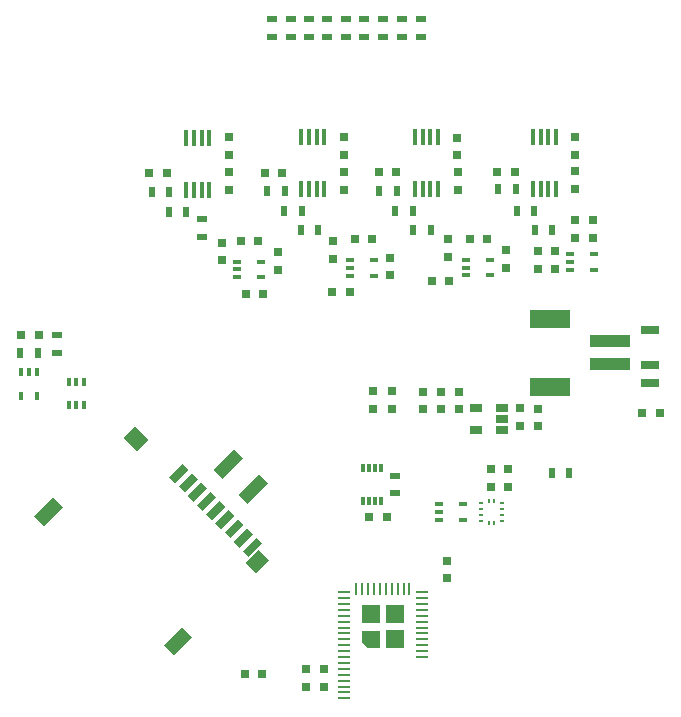
<source format=gbr>
G04 #@! TF.FileFunction,Paste,Bot*
%FSLAX46Y46*%
G04 Gerber Fmt 4.6, Leading zero omitted, Abs format (unit mm)*
G04 Created by KiCad (PCBNEW 4.0.0-stable) date Friday, November 04, 2016 'AMt' 11:18:16 AM*
%MOMM*%
G01*
G04 APERTURE LIST*
%ADD10C,0.100000*%
%ADD11R,0.800000X0.750000*%
%ADD12R,0.750000X0.800000*%
%ADD13R,0.900000X0.500000*%
%ADD14R,0.500000X0.900000*%
%ADD15R,0.450000X1.450000*%
%ADD16R,1.000000X0.254000*%
%ADD17R,0.254000X1.000000*%
%ADD18R,1.500000X1.010000*%
%ADD19R,1.500000X1.500000*%
%ADD20R,1.010000X0.490000*%
%ADD21R,1.060000X0.650000*%
%ADD22R,0.398780X0.749300*%
%ADD23R,0.660400X0.406400*%
%ADD24R,1.500000X0.700000*%
%ADD25R,0.300000X0.700000*%
%ADD26R,0.400000X0.250000*%
%ADD27R,0.250000X0.400000*%
%ADD28R,0.406400X0.660400*%
%ADD29R,3.500000X1.000000*%
%ADD30R,3.400000X1.500000*%
G04 APERTURE END LIST*
D10*
D11*
X51066000Y40386000D03*
X52566000Y40386000D03*
D12*
X51054000Y48946500D03*
X51054000Y47446500D03*
X51054000Y44525500D03*
X51054000Y46025500D03*
X41097200Y48883000D03*
X41097200Y47383000D03*
X41122600Y44462000D03*
X41122600Y45962000D03*
X31470600Y48908400D03*
X31470600Y47408400D03*
X31521400Y44462000D03*
X31521400Y45962000D03*
X21767800Y48908400D03*
X21767800Y47408400D03*
X21742400Y44474700D03*
X21742400Y45974700D03*
D11*
X45962000Y45974000D03*
X44462000Y45974000D03*
X34429000Y45974000D03*
X35929000Y45974000D03*
X24777000Y45847000D03*
X26277000Y45847000D03*
X15023400Y45923200D03*
X16523400Y45923200D03*
D12*
X33997900Y27407300D03*
X33997900Y25907300D03*
X35547300Y27407300D03*
X35547300Y25907300D03*
X28321000Y3899600D03*
X28321000Y2399600D03*
X40233600Y13069000D03*
X40233600Y11569000D03*
X29819600Y3899600D03*
X29819600Y2399600D03*
D11*
X23100600Y3505200D03*
X24600600Y3505200D03*
D12*
X47955200Y24421400D03*
X47955200Y25921400D03*
X46418500Y24446800D03*
X46418500Y25946800D03*
X38227000Y25869200D03*
X38227000Y27369200D03*
X39725600Y25869200D03*
X39725600Y27369200D03*
X41211500Y25869200D03*
X41211500Y27369200D03*
D11*
X5652200Y32207200D03*
X4152200Y32207200D03*
X45428600Y19291300D03*
X43928600Y19291300D03*
X45428600Y20789900D03*
X43928600Y20789900D03*
D13*
X38023800Y57390600D03*
X38023800Y58890600D03*
X36398200Y57390600D03*
X36398200Y58890600D03*
X33223200Y57390600D03*
X33223200Y58890600D03*
X34772600Y57390600D03*
X34772600Y58890600D03*
X30099000Y57390600D03*
X30099000Y58890600D03*
X31673800Y57390600D03*
X31673800Y58890600D03*
X26974800Y57390600D03*
X26974800Y58890600D03*
X28524200Y57390600D03*
X28524200Y58890600D03*
X25425400Y58890600D03*
X25425400Y57390600D03*
D14*
X47613000Y42672000D03*
X46113000Y42672000D03*
X47637000Y41021000D03*
X49137000Y41021000D03*
X37326000Y42672000D03*
X35826000Y42672000D03*
X37350000Y41021000D03*
X38850000Y41021000D03*
X27928000Y42672000D03*
X26428000Y42672000D03*
X29325000Y41021000D03*
X27825000Y41021000D03*
X18149000Y42545000D03*
X16649000Y42545000D03*
D13*
X19494500Y40461500D03*
X19494500Y41961500D03*
D14*
X44543132Y44553113D03*
X46043132Y44553113D03*
X34492500Y44386500D03*
X35992500Y44386500D03*
X24980200Y44323000D03*
X26480200Y44323000D03*
X15213900Y44272200D03*
X16713900Y44272200D03*
X50584800Y20523200D03*
X49084800Y20523200D03*
D13*
X7162800Y32157100D03*
X7162800Y30657100D03*
D14*
X5614100Y30632400D03*
X4114100Y30632400D03*
D15*
X47493132Y48912115D03*
X48143132Y48912115D03*
X48793132Y48912115D03*
X49443132Y48912115D03*
X49443132Y44512115D03*
X48793132Y44512115D03*
X48143132Y44512115D03*
X47493132Y44512115D03*
X37506000Y48936000D03*
X38156000Y48936000D03*
X38806000Y48936000D03*
X39456000Y48936000D03*
X39456000Y44536000D03*
X38806000Y44536000D03*
X38156000Y44536000D03*
X37506000Y44536000D03*
X27879400Y48936000D03*
X28529400Y48936000D03*
X29179400Y48936000D03*
X29829400Y48936000D03*
X29829400Y44536000D03*
X29179400Y44536000D03*
X28529400Y44536000D03*
X27879400Y44536000D03*
X18163900Y48885200D03*
X18813900Y48885200D03*
X19463900Y48885200D03*
X20113900Y48885200D03*
X20113900Y44485200D03*
X19463900Y44485200D03*
X18813900Y44485200D03*
X18163900Y44485200D03*
D16*
X31493000Y1399000D03*
X31493000Y1899000D03*
X31493000Y2399000D03*
X31493000Y2899000D03*
X31493000Y3399000D03*
X31493000Y3899000D03*
X31493000Y4399000D03*
X31493000Y4899000D03*
X31493000Y5399000D03*
X31493000Y5899000D03*
X31493000Y6399000D03*
X31493000Y6899000D03*
X31493000Y7399000D03*
X31493000Y7899000D03*
X31493000Y8399000D03*
X31493000Y8899000D03*
X31493000Y9399000D03*
X31493000Y9899000D03*
X31493000Y10399000D03*
D17*
X32548000Y10689000D03*
X33048000Y10689000D03*
X33548000Y10689000D03*
X34048000Y10689000D03*
X34548000Y10689000D03*
X35048000Y10689000D03*
X35548000Y10689000D03*
X36048000Y10689000D03*
X36548000Y10689000D03*
X37048000Y10689000D03*
D16*
X38103000Y10399000D03*
X38103000Y9899000D03*
X38103000Y9399000D03*
X38103000Y8899000D03*
X38103000Y8399000D03*
X38103000Y7899000D03*
X38103000Y7399000D03*
X38103000Y6899000D03*
X38103000Y6399000D03*
X38103000Y5899000D03*
X38103000Y5399000D03*
X38103000Y4899000D03*
D18*
X33798000Y6604000D03*
D19*
X33798000Y8509000D03*
X35798000Y8509000D03*
X35798000Y6389000D03*
D10*
G36*
X33513000Y5644000D02*
X33043000Y6114000D01*
X33993000Y6114000D01*
X33523000Y5644000D01*
X33513000Y5644000D01*
X33513000Y5644000D01*
G37*
D20*
X34038000Y5889000D03*
D21*
X44902300Y25994400D03*
X44902300Y25044400D03*
X44902300Y24094400D03*
X42702300Y24094400D03*
X42702300Y25994400D03*
D22*
X8188960Y28153360D03*
X8839200Y28153360D03*
X9489440Y28153360D03*
X9489440Y26253440D03*
X8839200Y26253440D03*
X8188960Y26253440D03*
D23*
X39509700Y16535400D03*
X39509700Y17856200D03*
X39509700Y17195800D03*
X41541700Y17856200D03*
X41541700Y16535400D03*
D24*
X57404000Y28113600D03*
X57404000Y29613600D03*
X57404000Y32613600D03*
D10*
G36*
X24578799Y14527128D02*
X23447428Y13395757D01*
X22952453Y13890732D01*
X24083824Y15022103D01*
X24578799Y14527128D01*
X24578799Y14527128D01*
G37*
G36*
X23800982Y15304945D02*
X22669611Y14173574D01*
X22174636Y14668549D01*
X23306007Y15799920D01*
X23800982Y15304945D01*
X23800982Y15304945D01*
G37*
G36*
X23023165Y16082763D02*
X21891794Y14951392D01*
X21396819Y15446367D01*
X22528190Y16577738D01*
X23023165Y16082763D01*
X23023165Y16082763D01*
G37*
G36*
X22245347Y16860580D02*
X21113976Y15729209D01*
X20619001Y16224184D01*
X21750372Y17355555D01*
X22245347Y16860580D01*
X22245347Y16860580D01*
G37*
G36*
X21467530Y17638397D02*
X20336159Y16507026D01*
X19841184Y17002001D01*
X20972555Y18133372D01*
X21467530Y17638397D01*
X21467530Y17638397D01*
G37*
G36*
X20689712Y18416215D02*
X19558341Y17284844D01*
X19063366Y17779819D01*
X20194737Y18911190D01*
X20689712Y18416215D01*
X20689712Y18416215D01*
G37*
G36*
X18356260Y20749667D02*
X17224889Y19618296D01*
X16729914Y20113271D01*
X17861285Y21244642D01*
X18356260Y20749667D01*
X18356260Y20749667D01*
G37*
G36*
X19134077Y19971850D02*
X18002706Y18840479D01*
X17507731Y19335454D01*
X18639102Y20466825D01*
X19134077Y19971850D01*
X19134077Y19971850D01*
G37*
G36*
X19911895Y19194032D02*
X18780524Y18062661D01*
X18285549Y18557636D01*
X19416920Y19689007D01*
X19911895Y19194032D01*
X19911895Y19194032D01*
G37*
G36*
X25144484Y13112914D02*
X24013114Y11981544D01*
X23164586Y12830072D01*
X24295956Y13961442D01*
X25144484Y13112914D01*
X25144484Y13112914D01*
G37*
G36*
X18639103Y6607531D02*
X17083468Y5051896D01*
X16234939Y5900425D01*
X17790574Y7456060D01*
X18639103Y6607531D01*
X18639103Y6607531D01*
G37*
G36*
X7678948Y17567686D02*
X6123313Y16012051D01*
X5274784Y16860580D01*
X6830419Y18416215D01*
X7678948Y17567686D01*
X7678948Y17567686D01*
G37*
G36*
X14962147Y23295251D02*
X13972198Y22305302D01*
X12840827Y23436673D01*
X13830776Y24426622D01*
X14962147Y23295251D01*
X14962147Y23295251D01*
G37*
D13*
X35828922Y18756835D03*
X35828922Y20256835D03*
D11*
X58255600Y25552400D03*
X56755600Y25552400D03*
D10*
G36*
X25056497Y19662670D02*
X23288730Y17894903D01*
X22581623Y18602010D01*
X24349390Y20369777D01*
X25056497Y19662670D01*
X25056497Y19662670D01*
G37*
G36*
X22935177Y21783990D02*
X21167410Y20016223D01*
X20460303Y20723330D01*
X22228070Y22491097D01*
X22935177Y21783990D01*
X22935177Y21783990D01*
G37*
D11*
X33618418Y16725536D03*
X35118418Y16725536D03*
D25*
X33098420Y18115737D03*
X33598420Y18115737D03*
X34098420Y18115737D03*
X34598420Y18115737D03*
X34598420Y20865737D03*
X34098420Y20865737D03*
X33598420Y20865737D03*
X33098420Y20865737D03*
D26*
X44915300Y17959200D03*
D27*
X43740300Y18134200D03*
X44240300Y18134200D03*
X43740300Y16284200D03*
X44240300Y16284200D03*
D26*
X44915300Y16459200D03*
X44915300Y16959200D03*
X44915300Y17459200D03*
X43065300Y17959200D03*
X43065300Y17459200D03*
X43065300Y16959200D03*
X43065300Y16459200D03*
D28*
X4165600Y29032200D03*
X5486400Y29032200D03*
X4826000Y29032200D03*
X5486400Y27000200D03*
X4165600Y27000200D03*
D11*
X32397000Y40259000D03*
X33897000Y40259000D03*
X42130552Y40282658D03*
X43630552Y40282658D03*
X22745000Y40132000D03*
X24245000Y40132000D03*
X51066000Y41910000D03*
X52566000Y41910000D03*
D12*
X35400000Y38725000D03*
X35400000Y37225000D03*
D11*
X47891000Y39243000D03*
X49391000Y39243000D03*
D12*
X30607000Y40120000D03*
X30607000Y38620000D03*
X45212000Y39358000D03*
X45212000Y37858000D03*
X25908000Y39167500D03*
X25908000Y37667500D03*
X40340551Y40270658D03*
X40340551Y38770658D03*
X21145500Y39993000D03*
X21145500Y38493000D03*
D23*
X50673000Y37693600D03*
X50673000Y39014400D03*
X50673000Y38354000D03*
X52705000Y39014400D03*
X52705000Y37693600D03*
X32004000Y37185600D03*
X32004000Y38506400D03*
X32004000Y37846000D03*
X34036000Y38506400D03*
X34036000Y37185600D03*
D11*
X47891000Y37719000D03*
X49391000Y37719000D03*
X30492000Y35814000D03*
X31992000Y35814000D03*
X38925000Y36700000D03*
X40425000Y36700000D03*
X24675000Y35675000D03*
X23175000Y35675000D03*
D23*
X41864552Y37209259D03*
X41864552Y38530059D03*
X41864552Y37869659D03*
X43896552Y38530059D03*
X43896552Y37209259D03*
X22479000Y37058600D03*
X22479000Y38379400D03*
X22479000Y37719000D03*
X24511000Y38379400D03*
X24511000Y37058600D03*
D29*
X54000400Y31623000D03*
X54000400Y29718000D03*
D30*
X48920400Y33515300D03*
X48920400Y27800300D03*
M02*

</source>
